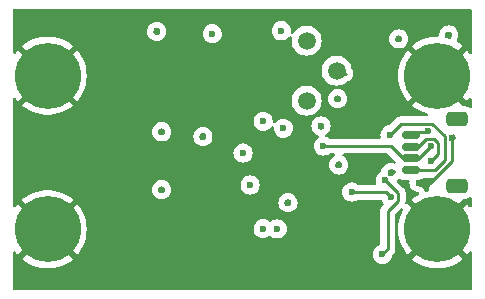
<source format=gbr>
%TF.GenerationSoftware,KiCad,Pcbnew,7.0.9*%
%TF.CreationDate,2024-10-15T17:03:29-06:00*%
%TF.ProjectId,howland,686f776c-616e-4642-9e6b-696361645f70,rev?*%
%TF.SameCoordinates,Original*%
%TF.FileFunction,Copper,L4,Bot*%
%TF.FilePolarity,Positive*%
%FSLAX46Y46*%
G04 Gerber Fmt 4.6, Leading zero omitted, Abs format (unit mm)*
G04 Created by KiCad (PCBNEW 7.0.9) date 2024-10-15 17:03:29*
%MOMM*%
%LPD*%
G01*
G04 APERTURE LIST*
G04 Aperture macros list*
%AMRoundRect*
0 Rectangle with rounded corners*
0 $1 Rounding radius*
0 $2 $3 $4 $5 $6 $7 $8 $9 X,Y pos of 4 corners*
0 Add a 4 corners polygon primitive as box body*
4,1,4,$2,$3,$4,$5,$6,$7,$8,$9,$2,$3,0*
0 Add four circle primitives for the rounded corners*
1,1,$1+$1,$2,$3*
1,1,$1+$1,$4,$5*
1,1,$1+$1,$6,$7*
1,1,$1+$1,$8,$9*
0 Add four rect primitives between the rounded corners*
20,1,$1+$1,$2,$3,$4,$5,0*
20,1,$1+$1,$4,$5,$6,$7,0*
20,1,$1+$1,$6,$7,$8,$9,0*
20,1,$1+$1,$8,$9,$2,$3,0*%
G04 Aperture macros list end*
%TA.AperFunction,ComponentPad*%
%ADD10C,5.600000*%
%TD*%
%TA.AperFunction,ComponentPad*%
%ADD11C,1.520000*%
%TD*%
%TA.AperFunction,SMDPad,CuDef*%
%ADD12RoundRect,0.150000X-0.625000X0.150000X-0.625000X-0.150000X0.625000X-0.150000X0.625000X0.150000X0*%
%TD*%
%TA.AperFunction,SMDPad,CuDef*%
%ADD13RoundRect,0.250000X-0.650000X0.350000X-0.650000X-0.350000X0.650000X-0.350000X0.650000X0.350000X0*%
%TD*%
%TA.AperFunction,ViaPad*%
%ADD14C,0.600000*%
%TD*%
%TA.AperFunction,Conductor*%
%ADD15C,0.250000*%
%TD*%
G04 APERTURE END LIST*
D10*
%TO.P,MH1,1,Pin_1*%
%TO.N,GNDPWR*%
X103000000Y-84000000D03*
%TD*%
%TO.P,MH2,1,Pin_1*%
%TO.N,GNDPWR*%
X136000000Y-84000000D03*
%TD*%
%TO.P,MH3,1,Pin_1*%
%TO.N,GNDPWR*%
X103000000Y-97000000D03*
%TD*%
%TO.P,MH4,1,Pin_1*%
%TO.N,GNDPWR*%
X136000000Y-97000000D03*
%TD*%
D11*
%TO.P,RV1,1,1*%
%TO.N,Net-(R7-Pad2)*%
X124930000Y-86100000D03*
%TO.P,RV1,2,2*%
%TO.N,Net-(U5-+)*%
X127470000Y-83560000D03*
%TO.P,RV1,3,3*%
%TO.N,Net-(R8-Pad1)*%
X124930000Y-81020000D03*
%TD*%
D12*
%TO.P,J3,1,gnd*%
%TO.N,GND*%
X133750000Y-89000000D03*
%TO.P,J3,2,VCC*%
%TO.N,VD*%
X133750000Y-90000000D03*
%TO.P,J3,3,SDA*%
%TO.N,/sda-tx*%
X133750000Y-91000000D03*
%TO.P,J3,4,SCL*%
%TO.N,/scl-rx*%
X133750000Y-92000000D03*
D13*
%TO.P,J3,MP*%
%TO.N,N/C*%
X137625000Y-87700000D03*
X137625000Y-93300000D03*
%TD*%
D14*
%TO.N,GND*%
X136950000Y-80550000D03*
X132718411Y-80878411D03*
X135250000Y-88700989D03*
X112250000Y-80250000D03*
X132050000Y-92200000D03*
X112650000Y-88750000D03*
X127550000Y-85950000D03*
X137250000Y-89250000D03*
X123350000Y-94750000D03*
X116150000Y-89150000D03*
X126150000Y-88250000D03*
X112650000Y-93650000D03*
X127650000Y-91550000D03*
X134450000Y-93050000D03*
%TO.N,+3V3*%
X116950000Y-80450000D03*
X121250000Y-87850000D03*
X121250000Y-96950000D03*
X122800000Y-80200000D03*
%TO.N,VD*%
X135450000Y-91250000D03*
X122465000Y-96965000D03*
X131590145Y-92854016D03*
X131350000Y-99130000D03*
X122950000Y-88450000D03*
%TO.N,/Channel1/buffer/out+*%
X120150000Y-93250000D03*
X119550000Y-90550000D03*
%TO.N,/scl-rx*%
X132000000Y-89000000D03*
%TO.N,/sda-tx*%
X128750000Y-93850000D03*
X135450000Y-89950000D03*
X126350000Y-89950000D03*
X132050000Y-94249990D03*
%TD*%
D15*
%TO.N,GND*%
X126250000Y-88250000D02*
X126150000Y-88250000D01*
X135250000Y-88750000D02*
X135250000Y-88700989D01*
X134450000Y-93050000D02*
X135385717Y-93050000D01*
X134000000Y-88750000D02*
X135250000Y-88750000D01*
X135385717Y-93050000D02*
X137250000Y-91185717D01*
X137250000Y-91185717D02*
X137250000Y-89250000D01*
X133750000Y-89000000D02*
X134000000Y-88750000D01*
%TO.N,VD*%
X131590145Y-92854016D02*
X132675000Y-93938871D01*
X131790000Y-95460000D02*
X131790000Y-98690000D01*
X132675000Y-94575000D02*
X131790000Y-95460000D01*
X135725489Y-89325489D02*
X136074511Y-89674511D01*
X136074511Y-90625489D02*
X135450000Y-91250000D01*
X136074511Y-89674511D02*
X136074511Y-90625489D01*
X131790000Y-98690000D02*
X131350000Y-99130000D01*
X134400000Y-90000000D02*
X135074511Y-89325489D01*
X135074511Y-89325489D02*
X135725489Y-89325489D01*
X132675000Y-93938871D02*
X132675000Y-94575000D01*
%TO.N,/scl-rx*%
X132923522Y-88076478D02*
X135576478Y-88076478D01*
X135576478Y-88076478D02*
X136625489Y-89125489D01*
X133750000Y-92000000D02*
X135800000Y-92000000D01*
X136625489Y-89125489D02*
X136625489Y-91125489D01*
X132000000Y-89000000D02*
X132923522Y-88076478D01*
X136625489Y-91125489D02*
X136650000Y-91150000D01*
X135800000Y-92000000D02*
X136650000Y-91150000D01*
%TO.N,/sda-tx*%
X132050000Y-89950000D02*
X126350000Y-89950000D01*
X128750000Y-93850000D02*
X131650010Y-93850000D01*
X134350000Y-91050000D02*
X135450000Y-89950000D01*
X133100000Y-91000000D02*
X132050000Y-89950000D01*
X131650010Y-93850000D02*
X132050000Y-94249990D01*
%TO.N,Net-(U5-+)*%
X128250000Y-83850000D02*
X127650000Y-83850000D01*
%TD*%
%TA.AperFunction,Conductor*%
%TO.N,GNDPWR*%
G36*
X138866621Y-78345502D02*
G01*
X138913114Y-78399158D01*
X138924500Y-78451500D01*
X138924500Y-82008306D01*
X138904498Y-82076427D01*
X138850842Y-82122920D01*
X138780568Y-82133024D01*
X138715988Y-82103530D01*
X138694211Y-82079016D01*
X138637342Y-81995141D01*
X138511831Y-81847377D01*
X137300004Y-83059204D01*
X137298430Y-83056635D01*
X137134870Y-82865130D01*
X136943365Y-82701570D01*
X136940794Y-82699994D01*
X138155496Y-81485292D01*
X138144700Y-81475067D01*
X137859131Y-81257981D01*
X137679573Y-81149944D01*
X137631515Y-81097685D01*
X137619340Y-81027740D01*
X137637845Y-80974946D01*
X137683043Y-80903015D01*
X137743217Y-80731047D01*
X137763616Y-80550000D01*
X137743217Y-80368953D01*
X137683043Y-80196985D01*
X137683041Y-80196982D01*
X137683041Y-80196981D01*
X137586112Y-80042720D01*
X137586111Y-80042718D01*
X137457281Y-79913888D01*
X137457279Y-79913887D01*
X137303018Y-79816958D01*
X137303015Y-79816957D01*
X137131050Y-79756784D01*
X137131049Y-79756783D01*
X137131047Y-79756783D01*
X136950000Y-79736384D01*
X136768953Y-79756783D01*
X136768950Y-79756783D01*
X136768949Y-79756784D01*
X136596984Y-79816957D01*
X136596981Y-79816958D01*
X136442720Y-79913887D01*
X136442718Y-79913888D01*
X136313888Y-80042718D01*
X136313887Y-80042720D01*
X136216958Y-80196981D01*
X136216957Y-80196984D01*
X136191776Y-80268949D01*
X136156783Y-80368953D01*
X136139157Y-80525392D01*
X136136384Y-80550000D01*
X136136598Y-80551899D01*
X136136384Y-80553120D01*
X136136384Y-80557076D01*
X136135691Y-80557076D01*
X136124345Y-80621831D01*
X136076229Y-80674036D01*
X136011389Y-80692000D01*
X135820637Y-80692000D01*
X135464050Y-80730781D01*
X135464022Y-80730786D01*
X135113723Y-80807893D01*
X135113706Y-80807898D01*
X134773785Y-80922430D01*
X134773766Y-80922438D01*
X134448234Y-81073046D01*
X134448227Y-81073050D01*
X134140867Y-81257982D01*
X134140861Y-81257986D01*
X133855299Y-81475066D01*
X133844502Y-81485292D01*
X135059205Y-82699995D01*
X135056635Y-82701570D01*
X134865130Y-82865130D01*
X134701570Y-83056635D01*
X134699995Y-83059205D01*
X133488167Y-81847377D01*
X133488166Y-81847378D01*
X133362665Y-81995131D01*
X133161349Y-82292050D01*
X132993330Y-82608969D01*
X132993326Y-82608978D01*
X132860559Y-82942198D01*
X132764592Y-83287837D01*
X132706561Y-83641816D01*
X132687141Y-83999996D01*
X132687141Y-84000003D01*
X132706561Y-84358183D01*
X132764592Y-84712162D01*
X132860559Y-85057801D01*
X132993326Y-85391021D01*
X132993330Y-85391030D01*
X133161350Y-85707952D01*
X133161352Y-85707956D01*
X133362654Y-86004854D01*
X133488167Y-86152621D01*
X134699994Y-84940794D01*
X134701570Y-84943365D01*
X134865130Y-85134870D01*
X135056635Y-85298430D01*
X135059204Y-85300004D01*
X133844502Y-86514706D01*
X133855299Y-86524932D01*
X134140861Y-86742013D01*
X134140867Y-86742017D01*
X134448227Y-86926949D01*
X134448234Y-86926953D01*
X134773766Y-87077561D01*
X134773785Y-87077569D01*
X135113706Y-87192101D01*
X135113720Y-87192105D01*
X135121981Y-87193924D01*
X135184209Y-87228103D01*
X135218080Y-87290499D01*
X135212841Y-87361302D01*
X135170154Y-87418032D01*
X135103572Y-87442679D01*
X135094894Y-87442978D01*
X133007371Y-87442978D01*
X132991532Y-87441229D01*
X132991505Y-87441523D01*
X132983613Y-87440777D01*
X132913582Y-87442978D01*
X132883666Y-87442978D01*
X132876694Y-87443857D01*
X132870787Y-87444322D01*
X132823632Y-87445804D01*
X132823627Y-87445805D01*
X132804182Y-87451455D01*
X132784824Y-87455464D01*
X132764732Y-87458002D01*
X132764724Y-87458004D01*
X132720858Y-87475371D01*
X132715243Y-87477294D01*
X132669929Y-87490460D01*
X132669924Y-87490462D01*
X132652485Y-87500775D01*
X132634740Y-87509468D01*
X132615902Y-87516927D01*
X132602226Y-87526864D01*
X132577734Y-87544658D01*
X132572783Y-87547911D01*
X132532162Y-87571933D01*
X132517829Y-87586265D01*
X132502803Y-87599098D01*
X132486417Y-87611004D01*
X132486416Y-87611004D01*
X132456340Y-87647358D01*
X132452345Y-87651749D01*
X131938437Y-88165656D01*
X131876125Y-88199682D01*
X131863452Y-88201768D01*
X131818957Y-88206782D01*
X131818950Y-88206783D01*
X131646984Y-88266957D01*
X131646981Y-88266958D01*
X131492720Y-88363887D01*
X131492718Y-88363888D01*
X131363888Y-88492718D01*
X131363887Y-88492720D01*
X131266958Y-88646981D01*
X131266957Y-88646984D01*
X131209616Y-88810858D01*
X131206783Y-88818953D01*
X131186384Y-89000000D01*
X131204049Y-89156783D01*
X131206259Y-89176392D01*
X131194010Y-89246324D01*
X131145897Y-89298532D01*
X131081051Y-89316500D01*
X126897737Y-89316500D01*
X126830701Y-89297187D01*
X126703017Y-89216958D01*
X126703015Y-89216957D01*
X126582398Y-89174751D01*
X126524707Y-89133374D01*
X126498545Y-89067374D01*
X126512218Y-88997706D01*
X126556976Y-88949136D01*
X126657281Y-88886111D01*
X126786111Y-88757281D01*
X126883043Y-88603015D01*
X126943217Y-88431047D01*
X126963616Y-88250000D01*
X126943217Y-88068953D01*
X126883043Y-87896985D01*
X126883041Y-87896982D01*
X126883041Y-87896981D01*
X126786112Y-87742720D01*
X126786111Y-87742718D01*
X126657281Y-87613888D01*
X126657279Y-87613887D01*
X126503018Y-87516958D01*
X126503015Y-87516957D01*
X126331050Y-87456784D01*
X126331049Y-87456783D01*
X126331047Y-87456783D01*
X126150000Y-87436384D01*
X125968953Y-87456783D01*
X125968950Y-87456783D01*
X125968949Y-87456784D01*
X125796984Y-87516957D01*
X125796981Y-87516958D01*
X125642720Y-87613887D01*
X125642718Y-87613888D01*
X125513888Y-87742718D01*
X125513887Y-87742720D01*
X125416958Y-87896981D01*
X125416957Y-87896984D01*
X125367354Y-88038744D01*
X125356783Y-88068953D01*
X125336384Y-88250000D01*
X125356783Y-88431047D01*
X125356783Y-88431049D01*
X125356784Y-88431050D01*
X125416957Y-88603015D01*
X125416958Y-88603018D01*
X125513887Y-88757279D01*
X125513888Y-88757281D01*
X125642718Y-88886111D01*
X125642720Y-88886112D01*
X125796980Y-88983040D01*
X125796985Y-88983043D01*
X125917603Y-89025248D01*
X125975291Y-89066624D01*
X126001454Y-89132625D01*
X125987782Y-89202292D01*
X125943022Y-89250863D01*
X125842717Y-89313889D01*
X125713888Y-89442718D01*
X125713887Y-89442720D01*
X125616958Y-89596981D01*
X125616957Y-89596984D01*
X125559954Y-89759892D01*
X125556783Y-89768953D01*
X125536384Y-89950000D01*
X125556783Y-90131047D01*
X125556783Y-90131049D01*
X125556784Y-90131050D01*
X125616957Y-90303015D01*
X125616958Y-90303018D01*
X125713887Y-90457279D01*
X125713888Y-90457281D01*
X125842718Y-90586111D01*
X125842720Y-90586112D01*
X125996981Y-90683041D01*
X125996982Y-90683041D01*
X125996985Y-90683043D01*
X126168953Y-90743217D01*
X126350000Y-90763616D01*
X126531047Y-90743217D01*
X126703015Y-90683043D01*
X126802703Y-90620405D01*
X126830701Y-90602813D01*
X126897737Y-90583500D01*
X127231173Y-90583500D01*
X127299294Y-90603502D01*
X127345787Y-90657158D01*
X127355891Y-90727432D01*
X127326397Y-90792012D01*
X127298209Y-90816187D01*
X127142720Y-90913887D01*
X127142718Y-90913888D01*
X127013888Y-91042718D01*
X127013887Y-91042720D01*
X126916958Y-91196981D01*
X126916957Y-91196984D01*
X126858651Y-91363615D01*
X126856783Y-91368953D01*
X126836384Y-91550000D01*
X126856783Y-91731047D01*
X126856783Y-91731049D01*
X126856784Y-91731050D01*
X126916957Y-91903015D01*
X126916958Y-91903018D01*
X127013887Y-92057279D01*
X127013888Y-92057281D01*
X127142718Y-92186111D01*
X127142720Y-92186112D01*
X127296981Y-92283041D01*
X127296982Y-92283041D01*
X127296985Y-92283043D01*
X127468953Y-92343217D01*
X127650000Y-92363616D01*
X127831047Y-92343217D01*
X128003015Y-92283043D01*
X128157281Y-92186111D01*
X128286111Y-92057281D01*
X128383043Y-91903015D01*
X128443217Y-91731047D01*
X128463616Y-91550000D01*
X128443217Y-91368953D01*
X128383043Y-91196985D01*
X128383041Y-91196982D01*
X128383041Y-91196981D01*
X128286112Y-91042720D01*
X128286111Y-91042718D01*
X128157281Y-90913888D01*
X128157279Y-90913887D01*
X128001791Y-90816187D01*
X127954753Y-90763009D01*
X127943933Y-90692841D01*
X127972766Y-90627963D01*
X128032098Y-90588972D01*
X128068827Y-90583500D01*
X131735406Y-90583500D01*
X131803527Y-90603502D01*
X131824501Y-90620405D01*
X132424976Y-91220880D01*
X132459002Y-91283192D01*
X132453937Y-91354007D01*
X132411390Y-91410843D01*
X132344870Y-91435654D01*
X132294266Y-91428904D01*
X132268301Y-91419818D01*
X132231047Y-91406783D01*
X132050000Y-91386384D01*
X131868953Y-91406783D01*
X131868950Y-91406783D01*
X131868949Y-91406784D01*
X131696984Y-91466957D01*
X131696981Y-91466958D01*
X131542720Y-91563887D01*
X131542718Y-91563888D01*
X131413888Y-91692718D01*
X131413887Y-91692720D01*
X131316958Y-91846981D01*
X131316957Y-91846984D01*
X131269368Y-91982988D01*
X131256783Y-92018953D01*
X131252703Y-92055161D01*
X131225200Y-92120612D01*
X131194532Y-92147738D01*
X131082865Y-92217903D01*
X131082863Y-92217904D01*
X130954033Y-92346734D01*
X130954032Y-92346736D01*
X130857103Y-92500997D01*
X130857102Y-92501000D01*
X130817602Y-92613887D01*
X130796928Y-92672969D01*
X130776529Y-92854016D01*
X130796928Y-93035063D01*
X130801765Y-93048886D01*
X130805385Y-93119787D01*
X130770097Y-93181393D01*
X130707104Y-93214141D01*
X130682836Y-93216500D01*
X129297737Y-93216500D01*
X129230701Y-93197187D01*
X129103017Y-93116958D01*
X129103015Y-93116957D01*
X128931050Y-93056784D01*
X128931049Y-93056783D01*
X128931047Y-93056783D01*
X128750000Y-93036384D01*
X128568953Y-93056783D01*
X128568950Y-93056783D01*
X128568949Y-93056784D01*
X128396984Y-93116957D01*
X128396981Y-93116958D01*
X128242720Y-93213887D01*
X128242718Y-93213888D01*
X128113888Y-93342718D01*
X128113887Y-93342720D01*
X128016958Y-93496981D01*
X128016957Y-93496984D01*
X127956951Y-93668474D01*
X127956783Y-93668953D01*
X127936384Y-93850000D01*
X127956783Y-94031047D01*
X127956783Y-94031049D01*
X127956784Y-94031050D01*
X128016957Y-94203015D01*
X128016958Y-94203018D01*
X128113887Y-94357279D01*
X128113888Y-94357281D01*
X128242718Y-94486111D01*
X128242720Y-94486112D01*
X128396981Y-94583041D01*
X128396982Y-94583041D01*
X128396985Y-94583043D01*
X128568953Y-94643217D01*
X128750000Y-94663616D01*
X128931047Y-94643217D01*
X129103015Y-94583043D01*
X129171807Y-94539817D01*
X129230701Y-94502813D01*
X129297737Y-94483500D01*
X131185739Y-94483500D01*
X131253860Y-94503502D01*
X131300353Y-94557158D01*
X131304668Y-94567885D01*
X131316957Y-94603005D01*
X131316958Y-94603008D01*
X131413887Y-94757269D01*
X131413888Y-94757271D01*
X131416260Y-94759643D01*
X131417302Y-94761551D01*
X131418297Y-94762799D01*
X131418078Y-94762973D01*
X131450286Y-94821955D01*
X131445221Y-94892770D01*
X131416260Y-94937833D01*
X131401337Y-94952756D01*
X131388903Y-94962719D01*
X131389091Y-94962946D01*
X131382982Y-94967999D01*
X131335015Y-95019079D01*
X131313866Y-95040227D01*
X131309560Y-95045777D01*
X131305714Y-95050279D01*
X131273417Y-95084674D01*
X131273411Y-95084683D01*
X131263651Y-95102435D01*
X131252803Y-95118950D01*
X131240386Y-95134958D01*
X131221645Y-95178264D01*
X131219034Y-95183594D01*
X131196305Y-95224939D01*
X131196303Y-95224944D01*
X131191267Y-95244559D01*
X131184864Y-95263262D01*
X131176819Y-95281852D01*
X131169437Y-95328456D01*
X131168233Y-95334268D01*
X131156500Y-95379968D01*
X131156500Y-95400223D01*
X131154949Y-95419933D01*
X131151780Y-95439942D01*
X131151780Y-95439943D01*
X131156220Y-95486917D01*
X131156500Y-95492850D01*
X131156500Y-98251738D01*
X131136498Y-98319859D01*
X131082842Y-98366352D01*
X131072116Y-98370667D01*
X130996982Y-98396958D01*
X130996981Y-98396958D01*
X130842720Y-98493887D01*
X130842718Y-98493888D01*
X130713888Y-98622718D01*
X130713887Y-98622720D01*
X130616958Y-98776981D01*
X130616957Y-98776984D01*
X130565144Y-98925059D01*
X130556783Y-98948953D01*
X130536384Y-99130000D01*
X130556783Y-99311047D01*
X130556783Y-99311049D01*
X130556784Y-99311050D01*
X130616957Y-99483015D01*
X130616958Y-99483018D01*
X130713887Y-99637279D01*
X130713888Y-99637281D01*
X130842718Y-99766111D01*
X130842720Y-99766112D01*
X130996981Y-99863041D01*
X130996982Y-99863041D01*
X130996985Y-99863043D01*
X131168953Y-99923217D01*
X131350000Y-99943616D01*
X131531047Y-99923217D01*
X131703015Y-99863043D01*
X131857281Y-99766111D01*
X131986111Y-99637281D01*
X132083043Y-99483015D01*
X132143217Y-99311047D01*
X132148025Y-99268368D01*
X132175527Y-99202917D01*
X132192928Y-99185382D01*
X132197006Y-99182007D01*
X132197018Y-99182000D01*
X132244984Y-99130920D01*
X132266135Y-99109770D01*
X132270445Y-99104212D01*
X132274274Y-99099729D01*
X132306586Y-99065321D01*
X132316346Y-99047565D01*
X132327195Y-99031050D01*
X132339614Y-99015041D01*
X132358363Y-98971710D01*
X132360953Y-98966423D01*
X132383695Y-98925060D01*
X132388733Y-98905434D01*
X132395137Y-98886732D01*
X132403180Y-98868147D01*
X132403179Y-98868147D01*
X132403181Y-98868145D01*
X132410561Y-98821547D01*
X132411762Y-98815740D01*
X132423500Y-98770030D01*
X132423500Y-98749775D01*
X132425051Y-98730063D01*
X132428220Y-98710057D01*
X132425629Y-98682651D01*
X132423780Y-98663080D01*
X132423500Y-98657148D01*
X132423500Y-95774594D01*
X132443502Y-95706473D01*
X132460405Y-95685499D01*
X132914625Y-95231279D01*
X132976937Y-95197253D01*
X133047752Y-95202318D01*
X133104588Y-95244865D01*
X133129399Y-95311385D01*
X133115043Y-95379393D01*
X132993330Y-95608969D01*
X132993326Y-95608978D01*
X132860559Y-95942198D01*
X132764592Y-96287837D01*
X132706561Y-96641816D01*
X132687141Y-96999996D01*
X132687141Y-97000003D01*
X132706561Y-97358183D01*
X132764592Y-97712162D01*
X132860559Y-98057801D01*
X132993326Y-98391021D01*
X132993330Y-98391030D01*
X133161350Y-98707952D01*
X133161352Y-98707956D01*
X133362654Y-99004854D01*
X133488167Y-99152621D01*
X134699994Y-97940794D01*
X134701570Y-97943365D01*
X134865130Y-98134870D01*
X135056635Y-98298430D01*
X135059204Y-98300004D01*
X133844502Y-99514706D01*
X133855299Y-99524932D01*
X134140861Y-99742013D01*
X134140867Y-99742017D01*
X134448227Y-99926949D01*
X134448234Y-99926953D01*
X134773766Y-100077561D01*
X134773785Y-100077569D01*
X135113706Y-100192101D01*
X135113723Y-100192106D01*
X135464022Y-100269213D01*
X135464050Y-100269218D01*
X135820637Y-100307999D01*
X135820653Y-100308000D01*
X136179347Y-100308000D01*
X136179362Y-100307999D01*
X136535949Y-100269218D01*
X136535977Y-100269213D01*
X136886276Y-100192106D01*
X136886293Y-100192101D01*
X137226214Y-100077569D01*
X137226233Y-100077561D01*
X137551765Y-99926953D01*
X137551772Y-99926949D01*
X137859132Y-99742017D01*
X137859150Y-99742005D01*
X138144699Y-99524934D01*
X138144702Y-99524932D01*
X138155496Y-99514707D01*
X138155496Y-99514706D01*
X136940795Y-98300004D01*
X136943365Y-98298430D01*
X137134870Y-98134870D01*
X137298430Y-97943365D01*
X137300005Y-97940794D01*
X138511832Y-99152621D01*
X138637345Y-99004854D01*
X138694211Y-98920984D01*
X138748995Y-98875826D01*
X138819496Y-98867455D01*
X138883331Y-98898528D01*
X138920233Y-98959181D01*
X138924500Y-98991693D01*
X138924500Y-102048500D01*
X138904498Y-102116621D01*
X138850842Y-102163114D01*
X138798500Y-102174500D01*
X100201500Y-102174500D01*
X100133379Y-102154498D01*
X100086886Y-102100842D01*
X100075500Y-102048500D01*
X100075500Y-98991693D01*
X100095502Y-98923572D01*
X100149158Y-98877079D01*
X100219432Y-98866975D01*
X100284012Y-98896469D01*
X100305789Y-98920984D01*
X100362654Y-99004854D01*
X100488167Y-99152621D01*
X101699994Y-97940794D01*
X101701570Y-97943365D01*
X101865130Y-98134870D01*
X102056635Y-98298430D01*
X102059204Y-98300004D01*
X100844502Y-99514706D01*
X100855299Y-99524932D01*
X101140861Y-99742013D01*
X101140867Y-99742017D01*
X101448227Y-99926949D01*
X101448234Y-99926953D01*
X101773766Y-100077561D01*
X101773785Y-100077569D01*
X102113706Y-100192101D01*
X102113723Y-100192106D01*
X102464022Y-100269213D01*
X102464050Y-100269218D01*
X102820637Y-100307999D01*
X102820653Y-100308000D01*
X103179347Y-100308000D01*
X103179362Y-100307999D01*
X103535949Y-100269218D01*
X103535977Y-100269213D01*
X103886276Y-100192106D01*
X103886293Y-100192101D01*
X104226214Y-100077569D01*
X104226233Y-100077561D01*
X104551765Y-99926953D01*
X104551772Y-99926949D01*
X104859132Y-99742017D01*
X104859150Y-99742005D01*
X105144699Y-99524934D01*
X105144702Y-99524932D01*
X105155496Y-99514707D01*
X105155496Y-99514706D01*
X103940795Y-98300004D01*
X103943365Y-98298430D01*
X104134870Y-98134870D01*
X104298430Y-97943365D01*
X104300005Y-97940794D01*
X105511832Y-99152621D01*
X105637345Y-99004854D01*
X105838647Y-98707956D01*
X105838649Y-98707952D01*
X106006669Y-98391030D01*
X106006673Y-98391021D01*
X106139440Y-98057801D01*
X106235407Y-97712162D01*
X106293438Y-97358183D01*
X106312859Y-97000003D01*
X106312859Y-96999996D01*
X106310148Y-96950000D01*
X120436384Y-96950000D01*
X120456783Y-97131047D01*
X120456783Y-97131049D01*
X120456784Y-97131050D01*
X120516957Y-97303015D01*
X120516958Y-97303018D01*
X120613887Y-97457279D01*
X120613888Y-97457281D01*
X120742718Y-97586111D01*
X120742720Y-97586112D01*
X120896981Y-97683041D01*
X120896982Y-97683041D01*
X120896985Y-97683043D01*
X121068953Y-97743217D01*
X121250000Y-97763616D01*
X121431047Y-97743217D01*
X121603015Y-97683043D01*
X121757281Y-97586111D01*
X121760901Y-97582490D01*
X121823210Y-97548463D01*
X121894026Y-97553524D01*
X121939094Y-97582486D01*
X121957719Y-97601111D01*
X121957722Y-97601114D01*
X122111981Y-97698041D01*
X122111982Y-97698041D01*
X122111985Y-97698043D01*
X122283953Y-97758217D01*
X122465000Y-97778616D01*
X122646047Y-97758217D01*
X122818015Y-97698043D01*
X122972281Y-97601111D01*
X123101111Y-97472281D01*
X123198043Y-97318015D01*
X123258217Y-97146047D01*
X123278616Y-96965000D01*
X123258217Y-96783953D01*
X123198043Y-96611985D01*
X123198041Y-96611982D01*
X123198041Y-96611981D01*
X123101112Y-96457720D01*
X123101111Y-96457718D01*
X122972281Y-96328888D01*
X122972279Y-96328887D01*
X122818018Y-96231958D01*
X122818015Y-96231957D01*
X122646050Y-96171784D01*
X122646049Y-96171783D01*
X122646047Y-96171783D01*
X122465000Y-96151384D01*
X122283953Y-96171783D01*
X122283950Y-96171783D01*
X122283949Y-96171784D01*
X122111984Y-96231957D01*
X122111981Y-96231958D01*
X121957720Y-96328887D01*
X121954089Y-96332518D01*
X121891775Y-96366539D01*
X121820960Y-96361470D01*
X121775904Y-96332512D01*
X121757281Y-96313889D01*
X121757280Y-96313888D01*
X121757277Y-96313885D01*
X121603018Y-96216958D01*
X121603015Y-96216957D01*
X121431050Y-96156784D01*
X121431049Y-96156783D01*
X121431047Y-96156783D01*
X121250000Y-96136384D01*
X121068953Y-96156783D01*
X121068950Y-96156783D01*
X121068949Y-96156784D01*
X120896984Y-96216957D01*
X120896981Y-96216958D01*
X120742720Y-96313887D01*
X120742718Y-96313888D01*
X120613888Y-96442718D01*
X120613887Y-96442720D01*
X120516958Y-96596981D01*
X120516957Y-96596984D01*
X120511709Y-96611984D01*
X120456783Y-96768953D01*
X120436384Y-96950000D01*
X106310148Y-96950000D01*
X106293438Y-96641816D01*
X106235407Y-96287837D01*
X106139440Y-95942198D01*
X106006673Y-95608978D01*
X106006669Y-95608969D01*
X105838649Y-95292047D01*
X105838647Y-95292043D01*
X105637345Y-94995145D01*
X105511831Y-94847377D01*
X104300004Y-96059204D01*
X104298430Y-96056635D01*
X104134870Y-95865130D01*
X103943365Y-95701570D01*
X103940794Y-95699994D01*
X104890788Y-94750000D01*
X122536384Y-94750000D01*
X122556783Y-94931047D01*
X122556783Y-94931049D01*
X122556784Y-94931050D01*
X122616957Y-95103015D01*
X122616958Y-95103018D01*
X122713887Y-95257279D01*
X122713888Y-95257281D01*
X122842718Y-95386111D01*
X122842720Y-95386112D01*
X122996981Y-95483041D01*
X122996982Y-95483041D01*
X122996985Y-95483043D01*
X123168953Y-95543217D01*
X123350000Y-95563616D01*
X123531047Y-95543217D01*
X123703015Y-95483043D01*
X123857281Y-95386111D01*
X123986111Y-95257281D01*
X124083043Y-95103015D01*
X124143217Y-94931047D01*
X124163616Y-94750000D01*
X124143217Y-94568953D01*
X124083043Y-94396985D01*
X124083041Y-94396982D01*
X124083041Y-94396981D01*
X123986112Y-94242720D01*
X123986111Y-94242718D01*
X123857281Y-94113888D01*
X123857279Y-94113887D01*
X123703018Y-94016958D01*
X123703015Y-94016957D01*
X123531050Y-93956784D01*
X123531049Y-93956783D01*
X123531047Y-93956783D01*
X123350000Y-93936384D01*
X123168953Y-93956783D01*
X123168950Y-93956783D01*
X123168949Y-93956784D01*
X122996984Y-94016957D01*
X122996981Y-94016958D01*
X122842720Y-94113887D01*
X122842718Y-94113888D01*
X122713888Y-94242718D01*
X122713887Y-94242720D01*
X122616958Y-94396981D01*
X122616957Y-94396984D01*
X122557157Y-94567885D01*
X122556783Y-94568953D01*
X122536384Y-94750000D01*
X104890788Y-94750000D01*
X105155496Y-94485292D01*
X105144700Y-94475067D01*
X104859138Y-94257986D01*
X104859132Y-94257982D01*
X104551772Y-94073050D01*
X104551765Y-94073046D01*
X104226233Y-93922438D01*
X104226214Y-93922430D01*
X103886293Y-93807898D01*
X103886276Y-93807893D01*
X103535977Y-93730786D01*
X103535949Y-93730781D01*
X103179362Y-93692000D01*
X102820637Y-93692000D01*
X102464050Y-93730781D01*
X102464022Y-93730786D01*
X102113723Y-93807893D01*
X102113706Y-93807898D01*
X101773785Y-93922430D01*
X101773766Y-93922438D01*
X101448234Y-94073046D01*
X101448227Y-94073050D01*
X101140867Y-94257982D01*
X101140861Y-94257986D01*
X100855299Y-94475066D01*
X100844502Y-94485292D01*
X102059205Y-95699995D01*
X102056635Y-95701570D01*
X101865130Y-95865130D01*
X101701570Y-96056635D01*
X101699995Y-96059205D01*
X100488167Y-94847377D01*
X100488166Y-94847378D01*
X100362665Y-94995131D01*
X100305789Y-95079017D01*
X100251005Y-95124175D01*
X100180503Y-95132545D01*
X100116668Y-95101471D01*
X100079767Y-95040818D01*
X100075500Y-95008307D01*
X100075500Y-93650000D01*
X111836384Y-93650000D01*
X111856783Y-93831047D01*
X111856783Y-93831049D01*
X111856784Y-93831050D01*
X111916957Y-94003015D01*
X111916958Y-94003018D01*
X112013887Y-94157279D01*
X112013888Y-94157281D01*
X112142718Y-94286111D01*
X112142720Y-94286112D01*
X112296981Y-94383041D01*
X112296982Y-94383041D01*
X112296985Y-94383043D01*
X112468953Y-94443217D01*
X112650000Y-94463616D01*
X112831047Y-94443217D01*
X113003015Y-94383043D01*
X113157281Y-94286111D01*
X113286111Y-94157281D01*
X113383043Y-94003015D01*
X113443217Y-93831047D01*
X113463616Y-93650000D01*
X113443217Y-93468953D01*
X113383043Y-93296985D01*
X113383041Y-93296982D01*
X113383041Y-93296981D01*
X113353521Y-93250000D01*
X119336384Y-93250000D01*
X119356783Y-93431047D01*
X119356783Y-93431049D01*
X119356784Y-93431050D01*
X119416957Y-93603015D01*
X119416958Y-93603018D01*
X119513887Y-93757279D01*
X119513888Y-93757281D01*
X119642718Y-93886111D01*
X119642720Y-93886112D01*
X119796981Y-93983041D01*
X119796982Y-93983041D01*
X119796985Y-93983043D01*
X119968953Y-94043217D01*
X120150000Y-94063616D01*
X120331047Y-94043217D01*
X120503015Y-93983043D01*
X120657281Y-93886111D01*
X120786111Y-93757281D01*
X120883043Y-93603015D01*
X120943217Y-93431047D01*
X120963616Y-93250000D01*
X120943217Y-93068953D01*
X120883043Y-92896985D01*
X120883041Y-92896982D01*
X120883041Y-92896981D01*
X120786112Y-92742720D01*
X120786111Y-92742718D01*
X120657281Y-92613888D01*
X120657279Y-92613887D01*
X120503018Y-92516958D01*
X120503015Y-92516957D01*
X120331050Y-92456784D01*
X120331049Y-92456783D01*
X120331047Y-92456783D01*
X120150000Y-92436384D01*
X119968953Y-92456783D01*
X119968950Y-92456783D01*
X119968949Y-92456784D01*
X119796984Y-92516957D01*
X119796981Y-92516958D01*
X119642720Y-92613887D01*
X119642718Y-92613888D01*
X119513888Y-92742718D01*
X119513887Y-92742720D01*
X119416958Y-92896981D01*
X119416957Y-92896984D01*
X119363806Y-93048883D01*
X119356783Y-93068953D01*
X119336384Y-93250000D01*
X113353521Y-93250000D01*
X113286112Y-93142720D01*
X113286111Y-93142718D01*
X113157281Y-93013888D01*
X113157279Y-93013887D01*
X113003018Y-92916958D01*
X113003015Y-92916957D01*
X112831050Y-92856784D01*
X112831049Y-92856783D01*
X112831047Y-92856783D01*
X112650000Y-92836384D01*
X112468953Y-92856783D01*
X112468950Y-92856783D01*
X112468949Y-92856784D01*
X112296984Y-92916957D01*
X112296981Y-92916958D01*
X112142720Y-93013887D01*
X112142718Y-93013888D01*
X112013888Y-93142718D01*
X112013887Y-93142720D01*
X111916958Y-93296981D01*
X111916957Y-93296984D01*
X111857226Y-93467688D01*
X111856783Y-93468953D01*
X111836384Y-93650000D01*
X100075500Y-93650000D01*
X100075500Y-90550000D01*
X118736384Y-90550000D01*
X118756783Y-90731047D01*
X118756783Y-90731049D01*
X118756784Y-90731050D01*
X118816957Y-90903015D01*
X118816958Y-90903018D01*
X118913887Y-91057279D01*
X118913888Y-91057281D01*
X119042718Y-91186111D01*
X119042720Y-91186112D01*
X119196981Y-91283041D01*
X119196982Y-91283041D01*
X119196985Y-91283043D01*
X119368953Y-91343217D01*
X119550000Y-91363616D01*
X119731047Y-91343217D01*
X119903015Y-91283043D01*
X120057281Y-91186111D01*
X120186111Y-91057281D01*
X120283043Y-90903015D01*
X120343217Y-90731047D01*
X120363616Y-90550000D01*
X120343217Y-90368953D01*
X120283043Y-90196985D01*
X120283041Y-90196982D01*
X120283041Y-90196981D01*
X120186112Y-90042720D01*
X120186111Y-90042718D01*
X120057281Y-89913888D01*
X120057279Y-89913887D01*
X119903018Y-89816958D01*
X119903015Y-89816957D01*
X119731050Y-89756784D01*
X119731049Y-89756783D01*
X119731047Y-89756783D01*
X119550000Y-89736384D01*
X119368953Y-89756783D01*
X119368950Y-89756783D01*
X119368949Y-89756784D01*
X119196984Y-89816957D01*
X119196981Y-89816958D01*
X119042720Y-89913887D01*
X119042718Y-89913888D01*
X118913888Y-90042718D01*
X118913887Y-90042720D01*
X118816958Y-90196981D01*
X118816957Y-90196984D01*
X118779855Y-90303018D01*
X118756783Y-90368953D01*
X118736384Y-90550000D01*
X100075500Y-90550000D01*
X100075500Y-88750000D01*
X111836384Y-88750000D01*
X111856783Y-88931047D01*
X111856783Y-88931049D01*
X111856784Y-88931050D01*
X111916957Y-89103015D01*
X111916958Y-89103018D01*
X112013887Y-89257279D01*
X112013888Y-89257281D01*
X112142718Y-89386111D01*
X112142720Y-89386112D01*
X112296981Y-89483041D01*
X112296982Y-89483041D01*
X112296985Y-89483043D01*
X112468953Y-89543217D01*
X112650000Y-89563616D01*
X112831047Y-89543217D01*
X113003015Y-89483043D01*
X113157281Y-89386111D01*
X113286111Y-89257281D01*
X113353520Y-89150000D01*
X115336384Y-89150000D01*
X115356783Y-89331047D01*
X115356783Y-89331049D01*
X115356784Y-89331050D01*
X115416957Y-89503015D01*
X115416958Y-89503018D01*
X115513887Y-89657279D01*
X115513888Y-89657281D01*
X115642718Y-89786111D01*
X115642720Y-89786112D01*
X115796981Y-89883041D01*
X115796982Y-89883041D01*
X115796985Y-89883043D01*
X115968953Y-89943217D01*
X116150000Y-89963616D01*
X116331047Y-89943217D01*
X116503015Y-89883043D01*
X116657281Y-89786111D01*
X116786111Y-89657281D01*
X116883043Y-89503015D01*
X116943217Y-89331047D01*
X116963616Y-89150000D01*
X116943217Y-88968953D01*
X116883043Y-88796985D01*
X116883041Y-88796982D01*
X116883041Y-88796981D01*
X116786112Y-88642720D01*
X116786111Y-88642718D01*
X116657281Y-88513888D01*
X116657279Y-88513887D01*
X116503018Y-88416958D01*
X116503015Y-88416957D01*
X116331050Y-88356784D01*
X116331049Y-88356783D01*
X116331047Y-88356783D01*
X116150000Y-88336384D01*
X115968953Y-88356783D01*
X115968950Y-88356783D01*
X115968949Y-88356784D01*
X115796984Y-88416957D01*
X115796981Y-88416958D01*
X115642720Y-88513887D01*
X115642718Y-88513888D01*
X115513888Y-88642718D01*
X115513887Y-88642720D01*
X115416958Y-88796981D01*
X115416957Y-88796984D01*
X115360868Y-88957279D01*
X115356783Y-88968953D01*
X115336384Y-89150000D01*
X113353520Y-89150000D01*
X113383043Y-89103015D01*
X113443217Y-88931047D01*
X113463616Y-88750000D01*
X113443217Y-88568953D01*
X113383043Y-88396985D01*
X113383041Y-88396982D01*
X113383041Y-88396981D01*
X113286112Y-88242720D01*
X113286111Y-88242718D01*
X113157281Y-88113888D01*
X113157279Y-88113887D01*
X113003018Y-88016958D01*
X113003015Y-88016957D01*
X112831050Y-87956784D01*
X112831049Y-87956783D01*
X112831047Y-87956783D01*
X112650000Y-87936384D01*
X112468953Y-87956783D01*
X112468950Y-87956783D01*
X112468949Y-87956784D01*
X112296984Y-88016957D01*
X112296981Y-88016958D01*
X112142720Y-88113887D01*
X112142718Y-88113888D01*
X112013888Y-88242718D01*
X112013887Y-88242720D01*
X111916958Y-88396981D01*
X111916957Y-88396984D01*
X111876051Y-88513889D01*
X111856783Y-88568953D01*
X111836384Y-88750000D01*
X100075500Y-88750000D01*
X100075500Y-87850000D01*
X120436384Y-87850000D01*
X120456783Y-88031047D01*
X120456783Y-88031049D01*
X120456784Y-88031050D01*
X120516957Y-88203015D01*
X120516958Y-88203018D01*
X120613887Y-88357279D01*
X120613888Y-88357281D01*
X120742718Y-88486111D01*
X120742720Y-88486112D01*
X120896981Y-88583041D01*
X120896982Y-88583041D01*
X120896985Y-88583043D01*
X121068953Y-88643217D01*
X121250000Y-88663616D01*
X121431047Y-88643217D01*
X121603015Y-88583043D01*
X121757281Y-88486111D01*
X121886111Y-88357281D01*
X121910093Y-88319114D01*
X121963271Y-88272076D01*
X122033438Y-88261255D01*
X122098317Y-88290087D01*
X122137308Y-88349418D01*
X122141988Y-88400255D01*
X122136384Y-88450000D01*
X122156783Y-88631047D01*
X122156783Y-88631049D01*
X122156784Y-88631050D01*
X122216957Y-88803015D01*
X122216958Y-88803018D01*
X122313887Y-88957279D01*
X122313888Y-88957281D01*
X122442718Y-89086111D01*
X122442720Y-89086112D01*
X122596981Y-89183041D01*
X122596982Y-89183041D01*
X122596985Y-89183043D01*
X122768953Y-89243217D01*
X122950000Y-89263616D01*
X123131047Y-89243217D01*
X123303015Y-89183043D01*
X123457281Y-89086111D01*
X123586111Y-88957281D01*
X123683043Y-88803015D01*
X123743217Y-88631047D01*
X123763616Y-88450000D01*
X123743217Y-88268953D01*
X123683043Y-88096985D01*
X123683041Y-88096982D01*
X123683041Y-88096981D01*
X123586112Y-87942720D01*
X123586111Y-87942718D01*
X123457281Y-87813888D01*
X123457279Y-87813887D01*
X123303018Y-87716958D01*
X123303015Y-87716957D01*
X123131050Y-87656784D01*
X123131049Y-87656783D01*
X123131047Y-87656783D01*
X122950000Y-87636384D01*
X122768953Y-87656783D01*
X122768950Y-87656783D01*
X122768949Y-87656784D01*
X122596984Y-87716957D01*
X122596981Y-87716958D01*
X122442720Y-87813887D01*
X122442718Y-87813888D01*
X122313887Y-87942719D01*
X122289904Y-87980888D01*
X122236725Y-88027925D01*
X122166557Y-88038744D01*
X122101679Y-88009910D01*
X122062690Y-87950577D01*
X122058011Y-87899743D01*
X122063616Y-87850000D01*
X122043217Y-87668953D01*
X121983043Y-87496985D01*
X121983041Y-87496982D01*
X121983041Y-87496981D01*
X121886112Y-87342720D01*
X121886111Y-87342718D01*
X121757281Y-87213888D01*
X121757279Y-87213887D01*
X121603018Y-87116958D01*
X121603015Y-87116957D01*
X121431050Y-87056784D01*
X121431049Y-87056783D01*
X121431047Y-87056783D01*
X121250000Y-87036384D01*
X121068953Y-87056783D01*
X121068950Y-87056783D01*
X121068949Y-87056784D01*
X120896984Y-87116957D01*
X120896981Y-87116958D01*
X120742720Y-87213887D01*
X120742718Y-87213888D01*
X120613888Y-87342718D01*
X120613887Y-87342720D01*
X120516958Y-87496981D01*
X120516957Y-87496984D01*
X120476051Y-87613889D01*
X120456783Y-87668953D01*
X120436384Y-87850000D01*
X100075500Y-87850000D01*
X100075500Y-85991693D01*
X100095502Y-85923572D01*
X100149158Y-85877079D01*
X100219432Y-85866975D01*
X100284012Y-85896469D01*
X100305789Y-85920984D01*
X100362654Y-86004854D01*
X100488167Y-86152621D01*
X101699994Y-84940794D01*
X101701570Y-84943365D01*
X101865130Y-85134870D01*
X102056635Y-85298430D01*
X102059204Y-85300004D01*
X100844502Y-86514706D01*
X100855299Y-86524932D01*
X101140861Y-86742013D01*
X101140867Y-86742017D01*
X101448227Y-86926949D01*
X101448234Y-86926953D01*
X101773766Y-87077561D01*
X101773785Y-87077569D01*
X102113706Y-87192101D01*
X102113723Y-87192106D01*
X102464022Y-87269213D01*
X102464050Y-87269218D01*
X102820637Y-87307999D01*
X102820653Y-87308000D01*
X103179347Y-87308000D01*
X103179362Y-87307999D01*
X103535949Y-87269218D01*
X103535977Y-87269213D01*
X103886276Y-87192106D01*
X103886293Y-87192101D01*
X104226214Y-87077569D01*
X104226233Y-87077561D01*
X104551765Y-86926953D01*
X104551772Y-86926949D01*
X104859132Y-86742017D01*
X104859150Y-86742005D01*
X105144699Y-86524934D01*
X105144702Y-86524932D01*
X105155496Y-86514707D01*
X105155496Y-86514706D01*
X103940795Y-85300004D01*
X103943365Y-85298430D01*
X104134870Y-85134870D01*
X104298430Y-84943365D01*
X104300005Y-84940794D01*
X105511832Y-86152621D01*
X105556528Y-86100000D01*
X123656655Y-86100000D01*
X123676000Y-86321117D01*
X123733446Y-86535507D01*
X123733448Y-86535512D01*
X123827250Y-86736671D01*
X123827251Y-86736673D01*
X123954554Y-86918481D01*
X123954558Y-86918486D01*
X123954561Y-86918490D01*
X124111510Y-87075439D01*
X124111514Y-87075442D01*
X124111518Y-87075445D01*
X124170805Y-87116958D01*
X124293327Y-87202749D01*
X124494490Y-87296553D01*
X124708886Y-87354000D01*
X124930000Y-87373345D01*
X125151114Y-87354000D01*
X125365510Y-87296553D01*
X125566673Y-87202749D01*
X125748490Y-87075439D01*
X125905439Y-86918490D01*
X126032749Y-86736673D01*
X126126553Y-86535510D01*
X126184000Y-86321114D01*
X126203345Y-86100000D01*
X126190222Y-85950000D01*
X126736384Y-85950000D01*
X126756783Y-86131047D01*
X126756783Y-86131049D01*
X126756784Y-86131050D01*
X126816957Y-86303015D01*
X126816958Y-86303018D01*
X126913887Y-86457279D01*
X126913888Y-86457281D01*
X127042718Y-86586111D01*
X127042720Y-86586112D01*
X127196981Y-86683041D01*
X127196982Y-86683041D01*
X127196985Y-86683043D01*
X127368953Y-86743217D01*
X127550000Y-86763616D01*
X127731047Y-86743217D01*
X127903015Y-86683043D01*
X128057281Y-86586111D01*
X128186111Y-86457281D01*
X128283043Y-86303015D01*
X128343217Y-86131047D01*
X128363616Y-85950000D01*
X128343217Y-85768953D01*
X128283043Y-85596985D01*
X128283041Y-85596982D01*
X128283041Y-85596981D01*
X128186112Y-85442720D01*
X128186111Y-85442718D01*
X128057281Y-85313888D01*
X128057279Y-85313887D01*
X127903018Y-85216958D01*
X127903015Y-85216957D01*
X127731050Y-85156784D01*
X127731049Y-85156783D01*
X127731047Y-85156783D01*
X127550000Y-85136384D01*
X127368953Y-85156783D01*
X127368950Y-85156783D01*
X127368949Y-85156784D01*
X127196984Y-85216957D01*
X127196981Y-85216958D01*
X127042720Y-85313887D01*
X127042718Y-85313888D01*
X126913888Y-85442718D01*
X126913887Y-85442720D01*
X126816958Y-85596981D01*
X126816957Y-85596984D01*
X126778127Y-85707956D01*
X126756783Y-85768953D01*
X126736384Y-85950000D01*
X126190222Y-85950000D01*
X126184000Y-85878886D01*
X126180808Y-85866975D01*
X126177212Y-85853553D01*
X126126553Y-85664490D01*
X126032749Y-85463328D01*
X125905439Y-85281510D01*
X125748490Y-85124561D01*
X125748486Y-85124558D01*
X125748481Y-85124554D01*
X125566673Y-84997251D01*
X125566671Y-84997250D01*
X125365512Y-84903448D01*
X125365507Y-84903446D01*
X125151117Y-84846000D01*
X124930000Y-84826655D01*
X124708882Y-84846000D01*
X124494492Y-84903446D01*
X124494487Y-84903448D01*
X124293327Y-84997251D01*
X124111513Y-85124558D01*
X124111507Y-85124563D01*
X123954563Y-85281507D01*
X123954558Y-85281513D01*
X123827251Y-85463327D01*
X123733448Y-85664487D01*
X123733446Y-85664492D01*
X123676000Y-85878882D01*
X123656655Y-86100000D01*
X105556528Y-86100000D01*
X105637345Y-86004854D01*
X105838647Y-85707956D01*
X105838649Y-85707952D01*
X106006669Y-85391030D01*
X106006673Y-85391021D01*
X106139440Y-85057801D01*
X106235407Y-84712162D01*
X106293438Y-84358183D01*
X106312859Y-84000003D01*
X106312859Y-83999996D01*
X106293438Y-83641816D01*
X106280025Y-83560000D01*
X126196655Y-83560000D01*
X126216000Y-83781117D01*
X126273446Y-83995507D01*
X126273448Y-83995512D01*
X126367250Y-84196671D01*
X126367251Y-84196673D01*
X126494554Y-84378481D01*
X126494558Y-84378486D01*
X126494561Y-84378490D01*
X126651510Y-84535439D01*
X126651513Y-84535441D01*
X126651518Y-84535445D01*
X126755252Y-84608080D01*
X126833327Y-84662749D01*
X127034490Y-84756553D01*
X127248886Y-84814000D01*
X127470000Y-84833345D01*
X127691114Y-84814000D01*
X127905510Y-84756553D01*
X128106673Y-84662749D01*
X128288490Y-84535439D01*
X128317237Y-84506691D01*
X128379545Y-84472666D01*
X128390525Y-84470782D01*
X128408797Y-84468474D01*
X128519478Y-84424652D01*
X128557615Y-84409553D01*
X128557620Y-84409550D01*
X128600370Y-84378490D01*
X128687107Y-84315472D01*
X128789133Y-84192144D01*
X128857283Y-84047318D01*
X128866310Y-84000000D01*
X128887274Y-83890100D01*
X128887275Y-83890089D01*
X128877225Y-83730353D01*
X128877225Y-83730351D01*
X128877225Y-83730350D01*
X128827764Y-83578125D01*
X128827762Y-83578122D01*
X128827762Y-83578121D01*
X128748143Y-83452662D01*
X128729008Y-83396131D01*
X128724000Y-83338886D01*
X128666553Y-83124490D01*
X128572749Y-82923328D01*
X128445439Y-82741510D01*
X128288490Y-82584561D01*
X128288486Y-82584558D01*
X128288481Y-82584554D01*
X128106673Y-82457251D01*
X128106671Y-82457250D01*
X127905512Y-82363448D01*
X127905507Y-82363446D01*
X127691117Y-82306000D01*
X127470000Y-82286655D01*
X127248882Y-82306000D01*
X127034492Y-82363446D01*
X127034487Y-82363448D01*
X126833327Y-82457251D01*
X126651513Y-82584558D01*
X126651507Y-82584563D01*
X126494563Y-82741507D01*
X126494558Y-82741513D01*
X126367251Y-82923327D01*
X126273448Y-83124487D01*
X126273446Y-83124492D01*
X126216000Y-83338882D01*
X126196655Y-83560000D01*
X106280025Y-83560000D01*
X106235407Y-83287837D01*
X106139440Y-82942198D01*
X106006673Y-82608978D01*
X106006669Y-82608969D01*
X105838649Y-82292047D01*
X105838647Y-82292043D01*
X105637345Y-81995145D01*
X105511831Y-81847377D01*
X104300004Y-83059204D01*
X104298430Y-83056635D01*
X104134870Y-82865130D01*
X103943365Y-82701570D01*
X103940794Y-82699994D01*
X105155496Y-81485292D01*
X105144700Y-81475067D01*
X104859138Y-81257986D01*
X104859132Y-81257982D01*
X104551772Y-81073050D01*
X104551765Y-81073046D01*
X104226233Y-80922438D01*
X104226214Y-80922430D01*
X103886293Y-80807898D01*
X103886276Y-80807893D01*
X103535977Y-80730786D01*
X103535949Y-80730781D01*
X103179362Y-80692000D01*
X102820637Y-80692000D01*
X102464050Y-80730781D01*
X102464022Y-80730786D01*
X102113723Y-80807893D01*
X102113706Y-80807898D01*
X101773785Y-80922430D01*
X101773766Y-80922438D01*
X101448234Y-81073046D01*
X101448227Y-81073050D01*
X101140867Y-81257982D01*
X101140861Y-81257986D01*
X100855299Y-81475066D01*
X100844502Y-81485292D01*
X102059205Y-82699995D01*
X102056635Y-82701570D01*
X101865130Y-82865130D01*
X101701570Y-83056635D01*
X101699995Y-83059205D01*
X100488167Y-81847377D01*
X100488166Y-81847378D01*
X100362665Y-81995131D01*
X100305789Y-82079017D01*
X100251005Y-82124175D01*
X100180503Y-82132545D01*
X100116668Y-82101471D01*
X100079767Y-82040818D01*
X100075500Y-82008307D01*
X100075500Y-80250000D01*
X111436384Y-80250000D01*
X111456783Y-80431047D01*
X111456783Y-80431049D01*
X111456784Y-80431050D01*
X111516957Y-80603015D01*
X111516958Y-80603018D01*
X111613887Y-80757279D01*
X111613888Y-80757281D01*
X111742718Y-80886111D01*
X111742720Y-80886112D01*
X111896981Y-80983041D01*
X111896982Y-80983041D01*
X111896985Y-80983043D01*
X112068953Y-81043217D01*
X112250000Y-81063616D01*
X112431047Y-81043217D01*
X112603015Y-80983043D01*
X112757281Y-80886111D01*
X112886111Y-80757281D01*
X112983043Y-80603015D01*
X113036585Y-80450000D01*
X116136384Y-80450000D01*
X116156783Y-80631047D01*
X116156783Y-80631049D01*
X116156784Y-80631050D01*
X116216957Y-80803015D01*
X116216958Y-80803018D01*
X116313887Y-80957279D01*
X116313888Y-80957281D01*
X116442718Y-81086111D01*
X116442720Y-81086112D01*
X116596981Y-81183041D01*
X116596982Y-81183041D01*
X116596985Y-81183043D01*
X116768953Y-81243217D01*
X116950000Y-81263616D01*
X117131047Y-81243217D01*
X117303015Y-81183043D01*
X117457281Y-81086111D01*
X117586111Y-80957281D01*
X117683043Y-80803015D01*
X117743217Y-80631047D01*
X117763616Y-80450000D01*
X117743217Y-80268953D01*
X117719089Y-80200000D01*
X121986384Y-80200000D01*
X122006783Y-80381047D01*
X122006783Y-80381049D01*
X122006784Y-80381050D01*
X122066957Y-80553015D01*
X122066958Y-80553018D01*
X122163887Y-80707279D01*
X122163888Y-80707281D01*
X122292718Y-80836111D01*
X122292720Y-80836112D01*
X122446981Y-80933041D01*
X122446982Y-80933041D01*
X122446985Y-80933043D01*
X122618953Y-80993217D01*
X122800000Y-81013616D01*
X122981047Y-80993217D01*
X123153015Y-80933043D01*
X123307281Y-80836111D01*
X123436111Y-80707281D01*
X123452393Y-80681367D01*
X123505570Y-80634330D01*
X123575737Y-80623509D01*
X123640616Y-80652340D01*
X123679608Y-80711671D01*
X123680789Y-80781011D01*
X123676000Y-80798882D01*
X123656655Y-81020000D01*
X123676000Y-81241117D01*
X123733446Y-81455507D01*
X123733448Y-81455512D01*
X123827250Y-81656671D01*
X123827251Y-81656673D01*
X123954554Y-81838481D01*
X123954558Y-81838486D01*
X123954561Y-81838490D01*
X124111510Y-81995439D01*
X124111514Y-81995442D01*
X124111518Y-81995445D01*
X124129887Y-82008307D01*
X124293327Y-82122749D01*
X124494490Y-82216553D01*
X124708886Y-82274000D01*
X124930000Y-82293345D01*
X125151114Y-82274000D01*
X125365510Y-82216553D01*
X125566673Y-82122749D01*
X125748490Y-81995439D01*
X125905439Y-81838490D01*
X126032749Y-81656673D01*
X126126553Y-81455510D01*
X126184000Y-81241114D01*
X126203345Y-81020000D01*
X126190958Y-80878411D01*
X131904795Y-80878411D01*
X131925194Y-81059458D01*
X131925194Y-81059460D01*
X131925195Y-81059461D01*
X131985368Y-81231426D01*
X131985369Y-81231429D01*
X132082298Y-81385690D01*
X132082299Y-81385692D01*
X132211129Y-81514522D01*
X132211131Y-81514523D01*
X132365392Y-81611452D01*
X132365393Y-81611452D01*
X132365396Y-81611454D01*
X132537364Y-81671628D01*
X132718411Y-81692027D01*
X132899458Y-81671628D01*
X133071426Y-81611454D01*
X133225692Y-81514522D01*
X133354522Y-81385692D01*
X133451454Y-81231426D01*
X133511628Y-81059458D01*
X133532027Y-80878411D01*
X133511628Y-80697364D01*
X133451454Y-80525396D01*
X133451452Y-80525393D01*
X133451452Y-80525392D01*
X133354523Y-80371131D01*
X133354522Y-80371129D01*
X133225692Y-80242299D01*
X133225690Y-80242298D01*
X133071429Y-80145369D01*
X133071426Y-80145368D01*
X132899461Y-80085195D01*
X132899460Y-80085194D01*
X132899458Y-80085194D01*
X132718411Y-80064795D01*
X132537364Y-80085194D01*
X132537361Y-80085194D01*
X132537360Y-80085195D01*
X132365395Y-80145368D01*
X132365392Y-80145369D01*
X132211131Y-80242298D01*
X132211129Y-80242299D01*
X132082299Y-80371129D01*
X132082298Y-80371131D01*
X131985369Y-80525392D01*
X131985368Y-80525395D01*
X131930791Y-80681369D01*
X131925194Y-80697364D01*
X131904795Y-80878411D01*
X126190958Y-80878411D01*
X126184000Y-80798886D01*
X126126553Y-80584490D01*
X126032749Y-80383328D01*
X125905439Y-80201510D01*
X125748490Y-80044561D01*
X125748486Y-80044558D01*
X125748481Y-80044554D01*
X125566673Y-79917251D01*
X125566671Y-79917250D01*
X125365512Y-79823448D01*
X125365507Y-79823446D01*
X125151117Y-79766000D01*
X124930000Y-79746655D01*
X124708882Y-79766000D01*
X124494492Y-79823446D01*
X124494487Y-79823448D01*
X124293327Y-79917251D01*
X124111513Y-80044558D01*
X124111507Y-80044563D01*
X123954563Y-80201507D01*
X123954558Y-80201513D01*
X123831853Y-80376754D01*
X123776396Y-80421082D01*
X123705776Y-80428391D01*
X123642416Y-80396360D01*
X123606431Y-80335159D01*
X123603432Y-80290381D01*
X123613616Y-80200000D01*
X123593217Y-80018953D01*
X123533043Y-79846985D01*
X123533041Y-79846982D01*
X123533041Y-79846981D01*
X123436112Y-79692720D01*
X123436111Y-79692718D01*
X123307281Y-79563888D01*
X123307279Y-79563887D01*
X123153018Y-79466958D01*
X123153015Y-79466957D01*
X122981050Y-79406784D01*
X122981049Y-79406783D01*
X122981047Y-79406783D01*
X122800000Y-79386384D01*
X122618953Y-79406783D01*
X122618950Y-79406783D01*
X122618949Y-79406784D01*
X122446984Y-79466957D01*
X122446981Y-79466958D01*
X122292720Y-79563887D01*
X122292718Y-79563888D01*
X122163888Y-79692718D01*
X122163887Y-79692720D01*
X122066958Y-79846981D01*
X122066957Y-79846984D01*
X122033459Y-79942718D01*
X122006783Y-80018953D01*
X121986384Y-80200000D01*
X117719089Y-80200000D01*
X117683043Y-80096985D01*
X117683041Y-80096982D01*
X117683041Y-80096981D01*
X117586112Y-79942720D01*
X117586111Y-79942718D01*
X117457281Y-79813888D01*
X117457279Y-79813887D01*
X117303018Y-79716958D01*
X117303015Y-79716957D01*
X117131050Y-79656784D01*
X117131049Y-79656783D01*
X117131047Y-79656783D01*
X116950000Y-79636384D01*
X116768953Y-79656783D01*
X116768950Y-79656783D01*
X116768949Y-79656784D01*
X116596984Y-79716957D01*
X116596981Y-79716958D01*
X116442720Y-79813887D01*
X116442718Y-79813888D01*
X116313888Y-79942718D01*
X116313887Y-79942720D01*
X116216958Y-80096981D01*
X116216957Y-80096984D01*
X116166110Y-80242299D01*
X116156783Y-80268953D01*
X116136384Y-80450000D01*
X113036585Y-80450000D01*
X113043217Y-80431047D01*
X113063616Y-80250000D01*
X113043217Y-80068953D01*
X112983043Y-79896985D01*
X112983041Y-79896982D01*
X112983041Y-79896981D01*
X112886112Y-79742720D01*
X112886111Y-79742718D01*
X112757281Y-79613888D01*
X112757279Y-79613887D01*
X112603018Y-79516958D01*
X112603015Y-79516957D01*
X112431050Y-79456784D01*
X112431049Y-79456783D01*
X112431047Y-79456783D01*
X112250000Y-79436384D01*
X112068953Y-79456783D01*
X112068950Y-79456783D01*
X112068949Y-79456784D01*
X111896984Y-79516957D01*
X111896981Y-79516958D01*
X111742720Y-79613887D01*
X111742718Y-79613888D01*
X111613888Y-79742718D01*
X111613887Y-79742720D01*
X111516958Y-79896981D01*
X111516957Y-79896984D01*
X111465321Y-80044554D01*
X111456783Y-80068953D01*
X111436384Y-80250000D01*
X100075500Y-80250000D01*
X100075500Y-78451500D01*
X100095502Y-78383379D01*
X100149158Y-78336886D01*
X100201500Y-78325500D01*
X138798500Y-78325500D01*
X138866621Y-78345502D01*
G37*
%TD.AperFunction*%
%TA.AperFunction,Conductor*%
G36*
X132782679Y-92714879D02*
G01*
X132802788Y-92724482D01*
X132861399Y-92759145D01*
X133021169Y-92805562D01*
X133028634Y-92806149D01*
X133058494Y-92808500D01*
X133058498Y-92808500D01*
X133522600Y-92808500D01*
X133590721Y-92828502D01*
X133637214Y-92882158D01*
X133647808Y-92948607D01*
X133636384Y-93050000D01*
X133656783Y-93231047D01*
X133656783Y-93231049D01*
X133656784Y-93231050D01*
X133716957Y-93403015D01*
X133716958Y-93403018D01*
X133813887Y-93557279D01*
X133813888Y-93557281D01*
X133942718Y-93686111D01*
X133942720Y-93686112D01*
X134096981Y-93783041D01*
X134096982Y-93783041D01*
X134096985Y-93783043D01*
X134268953Y-93843217D01*
X134372447Y-93854877D01*
X134437898Y-93882381D01*
X134478091Y-93940904D01*
X134480264Y-94011868D01*
X134443725Y-94072740D01*
X134423298Y-94088049D01*
X134140867Y-94257982D01*
X134140861Y-94257986D01*
X133855299Y-94475066D01*
X133844502Y-94485292D01*
X135059205Y-95699995D01*
X135056635Y-95701570D01*
X134865130Y-95865130D01*
X134701570Y-96056635D01*
X134699995Y-96059205D01*
X133488167Y-94847377D01*
X133465713Y-94848290D01*
X133455383Y-94855074D01*
X133384390Y-94855771D01*
X133324290Y-94817976D01*
X133294164Y-94753688D01*
X133294250Y-94714823D01*
X133295561Y-94706547D01*
X133296761Y-94700744D01*
X133308500Y-94655030D01*
X133308500Y-94634775D01*
X133310051Y-94615063D01*
X133313220Y-94595057D01*
X133309638Y-94557158D01*
X133308780Y-94548080D01*
X133308500Y-94542148D01*
X133308500Y-94022725D01*
X133310249Y-94006883D01*
X133309956Y-94006856D01*
X133310700Y-93998970D01*
X133310702Y-93998963D01*
X133308500Y-93928899D01*
X133308500Y-93899015D01*
X133307620Y-93892053D01*
X133307156Y-93886164D01*
X133305674Y-93838982D01*
X133300020Y-93819523D01*
X133296012Y-93800168D01*
X133293474Y-93780074D01*
X133276103Y-93736200D01*
X133274189Y-93730611D01*
X133261019Y-93685278D01*
X133250703Y-93667835D01*
X133242005Y-93650080D01*
X133234552Y-93631254D01*
X133206818Y-93593081D01*
X133203558Y-93588118D01*
X133179542Y-93547509D01*
X133165214Y-93533181D01*
X133152384Y-93518160D01*
X133140472Y-93501764D01*
X133140469Y-93501762D01*
X133140469Y-93501761D01*
X133104113Y-93471684D01*
X133099721Y-93467688D01*
X132601808Y-92969774D01*
X132567782Y-92907462D01*
X132572847Y-92836647D01*
X132601808Y-92791584D01*
X132649552Y-92743840D01*
X132711864Y-92709814D01*
X132782679Y-92714879D01*
G37*
%TD.AperFunction*%
%TA.AperFunction,Conductor*%
G36*
X138868571Y-94261604D02*
G01*
X138914063Y-94316111D01*
X138924500Y-94366323D01*
X138924500Y-95008306D01*
X138904498Y-95076427D01*
X138850842Y-95122920D01*
X138780568Y-95133024D01*
X138715988Y-95103530D01*
X138694211Y-95079016D01*
X138637342Y-94995141D01*
X138511831Y-94847377D01*
X137300004Y-96059204D01*
X137298430Y-96056635D01*
X137134870Y-95865130D01*
X136943365Y-95701570D01*
X136940794Y-95699994D01*
X138193110Y-94447679D01*
X138195357Y-94449926D01*
X138228275Y-94420609D01*
X138282173Y-94408499D01*
X138325544Y-94408499D01*
X138429426Y-94397887D01*
X138597738Y-94342115D01*
X138732354Y-94259082D01*
X138800832Y-94240345D01*
X138868571Y-94261604D01*
G37*
%TD.AperFunction*%
%TA.AperFunction,Conductor*%
G36*
X138511832Y-86152621D02*
G01*
X138637345Y-86004854D01*
X138694211Y-85920984D01*
X138748995Y-85875826D01*
X138819496Y-85867455D01*
X138883331Y-85898528D01*
X138920233Y-85959181D01*
X138924500Y-85991693D01*
X138924500Y-86633676D01*
X138904498Y-86701797D01*
X138850842Y-86748290D01*
X138780568Y-86758394D01*
X138732354Y-86740917D01*
X138597738Y-86657885D01*
X138513582Y-86629999D01*
X138429427Y-86602113D01*
X138429420Y-86602112D01*
X138325553Y-86591500D01*
X138282173Y-86591500D01*
X138214052Y-86571498D01*
X138195425Y-86550002D01*
X138193109Y-86552319D01*
X136940795Y-85300004D01*
X136943365Y-85298430D01*
X137134870Y-85134870D01*
X137298430Y-84943365D01*
X137300005Y-84940794D01*
X138511832Y-86152621D01*
G37*
%TD.AperFunction*%
%TD*%
%TA.AperFunction,Conductor*%
%TO.N,GND*%
G36*
X123401954Y-94458985D02*
G01*
X123429454Y-94465262D01*
X123465409Y-94477843D01*
X123490824Y-94490083D01*
X123523073Y-94510346D01*
X123545133Y-94527939D01*
X123572059Y-94554865D01*
X123589651Y-94576924D01*
X123609912Y-94609169D01*
X123622154Y-94634589D01*
X123634734Y-94670540D01*
X123641013Y-94698048D01*
X123645277Y-94735892D01*
X123645277Y-94764107D01*
X123641013Y-94801953D01*
X123634734Y-94829463D01*
X123622158Y-94865401D01*
X123609917Y-94890819D01*
X123589649Y-94923076D01*
X123572056Y-94945136D01*
X123545136Y-94972056D01*
X123523076Y-94989649D01*
X123490819Y-95009917D01*
X123465401Y-95022158D01*
X123440629Y-95030826D01*
X123429460Y-95034734D01*
X123401952Y-95041013D01*
X123364105Y-95045277D01*
X123335893Y-95045277D01*
X123298046Y-95041013D01*
X123270542Y-95034736D01*
X123234591Y-95022156D01*
X123209174Y-95009916D01*
X123206612Y-95008306D01*
X123176923Y-94989651D01*
X123154868Y-94972061D01*
X123127937Y-94945130D01*
X123110344Y-94923070D01*
X123090084Y-94890826D01*
X123077843Y-94865406D01*
X123065265Y-94829460D01*
X123058986Y-94801951D01*
X123054722Y-94764107D01*
X123054722Y-94764101D01*
X123054722Y-94735892D01*
X123058986Y-94698043D01*
X123065261Y-94670548D01*
X123077847Y-94634581D01*
X123090083Y-94609173D01*
X123110348Y-94576920D01*
X123127935Y-94554868D01*
X123154868Y-94527935D01*
X123176919Y-94510349D01*
X123209178Y-94490080D01*
X123234586Y-94477844D01*
X123270540Y-94465264D01*
X123298035Y-94458988D01*
X123335899Y-94454722D01*
X123364106Y-94454722D01*
X123401954Y-94458985D01*
G37*
%TD.AperFunction*%
%TA.AperFunction,Conductor*%
G36*
X112701954Y-93358985D02*
G01*
X112729454Y-93365262D01*
X112765409Y-93377843D01*
X112790824Y-93390083D01*
X112820900Y-93408981D01*
X112823073Y-93410346D01*
X112845133Y-93427939D01*
X112872062Y-93454868D01*
X112889654Y-93476927D01*
X112909911Y-93509166D01*
X112922153Y-93534586D01*
X112934734Y-93570540D01*
X112941013Y-93598048D01*
X112945277Y-93635892D01*
X112945277Y-93664107D01*
X112941013Y-93701953D01*
X112934734Y-93729463D01*
X112922158Y-93765401D01*
X112909917Y-93790819D01*
X112889649Y-93823076D01*
X112872056Y-93845136D01*
X112845136Y-93872056D01*
X112823076Y-93889649D01*
X112790819Y-93909917D01*
X112765401Y-93922158D01*
X112740629Y-93930826D01*
X112729460Y-93934734D01*
X112701952Y-93941013D01*
X112664105Y-93945277D01*
X112635893Y-93945277D01*
X112598046Y-93941013D01*
X112570542Y-93934736D01*
X112534591Y-93922156D01*
X112509174Y-93909916D01*
X112476923Y-93889651D01*
X112454868Y-93872061D01*
X112427937Y-93845130D01*
X112410344Y-93823070D01*
X112402819Y-93811094D01*
X112390082Y-93790822D01*
X112377843Y-93765406D01*
X112365265Y-93729460D01*
X112358986Y-93701951D01*
X112354722Y-93664107D01*
X112354722Y-93664101D01*
X112354722Y-93635892D01*
X112356383Y-93621147D01*
X112358986Y-93598043D01*
X112365261Y-93570548D01*
X112377847Y-93534581D01*
X112390083Y-93509173D01*
X112410348Y-93476920D01*
X112427935Y-93454868D01*
X112454868Y-93427935D01*
X112476919Y-93410349D01*
X112509178Y-93390080D01*
X112534586Y-93377844D01*
X112570540Y-93365264D01*
X112598035Y-93358988D01*
X112635899Y-93354722D01*
X112664106Y-93354722D01*
X112701954Y-93358985D01*
G37*
%TD.AperFunction*%
%TA.AperFunction,Conductor*%
G36*
X135780329Y-92653502D02*
G01*
X135826822Y-92707158D01*
X135836926Y-92777432D01*
X135807432Y-92842012D01*
X135772592Y-92870088D01*
X135755322Y-92879517D01*
X135755309Y-92879526D01*
X135755308Y-92879527D01*
X135638313Y-92967108D01*
X135489504Y-93115917D01*
X135481156Y-93124666D01*
X135469037Y-93137984D01*
X135461080Y-93147155D01*
X135451755Y-93158429D01*
X135451754Y-93158430D01*
X135377953Y-93277735D01*
X135377950Y-93277741D01*
X135350322Y-93340119D01*
X135311559Y-93474985D01*
X135311559Y-93621147D01*
X135314791Y-93643629D01*
X135304686Y-93713903D01*
X135258192Y-93767558D01*
X135217161Y-93784613D01*
X135113583Y-93807413D01*
X135113575Y-93807415D01*
X135102657Y-93811094D01*
X135031715Y-93813887D01*
X134970525Y-93777882D01*
X134949472Y-93747513D01*
X134901377Y-93650196D01*
X134861184Y-93591673D01*
X134762146Y-93484203D01*
X134636832Y-93408981D01*
X134636828Y-93408979D01*
X134636822Y-93408976D01*
X134598924Y-93393051D01*
X134571381Y-93381477D01*
X134571367Y-93381471D01*
X134485103Y-93358985D01*
X134429929Y-93344603D01*
X134429931Y-93344603D01*
X134398040Y-93341010D01*
X134370537Y-93334733D01*
X134334595Y-93322157D01*
X134309172Y-93309914D01*
X134276927Y-93289653D01*
X134254868Y-93272061D01*
X134227937Y-93245130D01*
X134210344Y-93223070D01*
X134190084Y-93190826D01*
X134177843Y-93165406D01*
X134165265Y-93129460D01*
X134158986Y-93101951D01*
X134154722Y-93064104D01*
X134154723Y-93035888D01*
X134158078Y-93006112D01*
X134158079Y-93006096D01*
X134156502Y-92937392D01*
X134174936Y-92868830D01*
X134227510Y-92821118D01*
X134282469Y-92808500D01*
X134441506Y-92808500D01*
X134466388Y-92806541D01*
X134478831Y-92805562D01*
X134638601Y-92759145D01*
X134638603Y-92759143D01*
X134638605Y-92759143D01*
X134726506Y-92707158D01*
X134781807Y-92674453D01*
X134781810Y-92674450D01*
X134785856Y-92670405D01*
X134848168Y-92636379D01*
X134874951Y-92633500D01*
X135712208Y-92633500D01*
X135780329Y-92653502D01*
G37*
%TD.AperFunction*%
%TA.AperFunction,Conductor*%
G36*
X132102499Y-91909047D02*
G01*
X132121532Y-91912885D01*
X132121543Y-91912842D01*
X132122771Y-91913135D01*
X132123909Y-91913365D01*
X132124655Y-91913583D01*
X132124670Y-91913589D01*
X132124683Y-91913592D01*
X132226353Y-91937892D01*
X132226360Y-91937893D01*
X132226372Y-91937896D01*
X132276976Y-91944646D01*
X132344356Y-91946708D01*
X132411831Y-91968784D01*
X132456661Y-92023837D01*
X132466500Y-92072649D01*
X132466500Y-92183969D01*
X132446498Y-92252090D01*
X132406400Y-92289427D01*
X132407234Y-92290724D01*
X132403456Y-92293151D01*
X132358875Y-92326524D01*
X132292354Y-92351334D01*
X132222980Y-92336242D01*
X132194272Y-92314750D01*
X132097426Y-92217904D01*
X132097424Y-92217903D01*
X131970325Y-92138041D01*
X131923287Y-92084863D01*
X131912467Y-92014695D01*
X131941300Y-91949817D01*
X132000632Y-91910826D01*
X132023252Y-91906146D01*
X132035899Y-91904722D01*
X132064105Y-91904722D01*
X132102499Y-91909047D01*
G37*
%TD.AperFunction*%
%TA.AperFunction,Conductor*%
G36*
X127711239Y-91239430D02*
G01*
X127724665Y-91248721D01*
X127724961Y-91248318D01*
X127728592Y-91250979D01*
X127823070Y-91310343D01*
X127845129Y-91327935D01*
X127872059Y-91354865D01*
X127889651Y-91376924D01*
X127909912Y-91409169D01*
X127922154Y-91434589D01*
X127934734Y-91470540D01*
X127941013Y-91498048D01*
X127945277Y-91535892D01*
X127945277Y-91564107D01*
X127941013Y-91601953D01*
X127934734Y-91629463D01*
X127922158Y-91665401D01*
X127909917Y-91690819D01*
X127889649Y-91723076D01*
X127872056Y-91745136D01*
X127845136Y-91772056D01*
X127823076Y-91789649D01*
X127790819Y-91809917D01*
X127765401Y-91822158D01*
X127740629Y-91830826D01*
X127729460Y-91834734D01*
X127701952Y-91841013D01*
X127664105Y-91845277D01*
X127635893Y-91845277D01*
X127598046Y-91841013D01*
X127570542Y-91834736D01*
X127534591Y-91822156D01*
X127509174Y-91809916D01*
X127476923Y-91789651D01*
X127454868Y-91772061D01*
X127427937Y-91745130D01*
X127410344Y-91723070D01*
X127390084Y-91690826D01*
X127377843Y-91665406D01*
X127365265Y-91629460D01*
X127358986Y-91601951D01*
X127354722Y-91564107D01*
X127354722Y-91564101D01*
X127354722Y-91535892D01*
X127358986Y-91498043D01*
X127365261Y-91470548D01*
X127377847Y-91434581D01*
X127390083Y-91409173D01*
X127410348Y-91376920D01*
X127427935Y-91354868D01*
X127454869Y-91327934D01*
X127476920Y-91310348D01*
X127571407Y-91250980D01*
X127575280Y-91248126D01*
X127641981Y-91223818D01*
X127711239Y-91239430D01*
G37*
%TD.AperFunction*%
%TA.AperFunction,Conductor*%
G36*
X137461312Y-88980813D02*
G01*
X137503374Y-89038007D01*
X137508590Y-89056769D01*
X137526047Y-89145714D01*
X137534734Y-89170539D01*
X137541013Y-89198047D01*
X137545277Y-89235893D01*
X137545277Y-89264108D01*
X137541013Y-89301952D01*
X137534734Y-89329460D01*
X137522156Y-89365405D01*
X137509917Y-89390821D01*
X137491679Y-89419849D01*
X137438502Y-89466889D01*
X137368335Y-89477712D01*
X137303456Y-89448881D01*
X137264463Y-89389551D01*
X137258989Y-89352817D01*
X137258989Y-89209343D01*
X137260738Y-89193501D01*
X137260445Y-89193474D01*
X137261189Y-89185588D01*
X137261191Y-89185581D01*
X137258989Y-89115517D01*
X137258989Y-89085633D01*
X137258989Y-89081671D01*
X137260848Y-89081671D01*
X137274878Y-89019714D01*
X137325505Y-88969940D01*
X137395005Y-88955438D01*
X137461312Y-88980813D01*
G37*
%TD.AperFunction*%
%TA.AperFunction,Conductor*%
G36*
X116201954Y-88858985D02*
G01*
X116229454Y-88865262D01*
X116265409Y-88877843D01*
X116290824Y-88890083D01*
X116323073Y-88910346D01*
X116345133Y-88927939D01*
X116372059Y-88954865D01*
X116389651Y-88976924D01*
X116409912Y-89009169D01*
X116422154Y-89034589D01*
X116434734Y-89070540D01*
X116441013Y-89098048D01*
X116445277Y-89135892D01*
X116445277Y-89164107D01*
X116441013Y-89201953D01*
X116434734Y-89229463D01*
X116422158Y-89265401D01*
X116409917Y-89290819D01*
X116389649Y-89323076D01*
X116372056Y-89345136D01*
X116345136Y-89372056D01*
X116323076Y-89389649D01*
X116290819Y-89409917D01*
X116265401Y-89422158D01*
X116240629Y-89430826D01*
X116229460Y-89434734D01*
X116201952Y-89441013D01*
X116164105Y-89445277D01*
X116135893Y-89445277D01*
X116098046Y-89441013D01*
X116070542Y-89434736D01*
X116034591Y-89422156D01*
X116009174Y-89409916D01*
X115978785Y-89390821D01*
X115976923Y-89389651D01*
X115954868Y-89372061D01*
X115927937Y-89345130D01*
X115910344Y-89323070D01*
X115905939Y-89316059D01*
X115890082Y-89290822D01*
X115877843Y-89265406D01*
X115865265Y-89229460D01*
X115858986Y-89201951D01*
X115854722Y-89164107D01*
X115854722Y-89164101D01*
X115854722Y-89135892D01*
X115858986Y-89098043D01*
X115865261Y-89070548D01*
X115877847Y-89034581D01*
X115890083Y-89009173D01*
X115910348Y-88976920D01*
X115927935Y-88954868D01*
X115954868Y-88927935D01*
X115976919Y-88910349D01*
X116009178Y-88890080D01*
X116034586Y-88877844D01*
X116070540Y-88865264D01*
X116098035Y-88858988D01*
X116135899Y-88854722D01*
X116164106Y-88854722D01*
X116201954Y-88858985D01*
G37*
%TD.AperFunction*%
%TA.AperFunction,Conductor*%
G36*
X112701954Y-88458985D02*
G01*
X112729454Y-88465262D01*
X112765409Y-88477843D01*
X112790824Y-88490083D01*
X112823073Y-88510346D01*
X112845133Y-88527939D01*
X112872059Y-88554865D01*
X112889651Y-88576924D01*
X112909912Y-88609169D01*
X112922154Y-88634589D01*
X112934734Y-88670540D01*
X112941013Y-88698048D01*
X112945277Y-88735892D01*
X112945277Y-88764108D01*
X112941013Y-88801950D01*
X112934734Y-88829457D01*
X112922156Y-88865403D01*
X112909915Y-88890823D01*
X112889650Y-88923075D01*
X112872057Y-88945135D01*
X112845136Y-88972056D01*
X112823076Y-88989649D01*
X112790819Y-89009917D01*
X112765401Y-89022158D01*
X112740629Y-89030826D01*
X112729460Y-89034734D01*
X112701952Y-89041013D01*
X112664105Y-89045277D01*
X112635893Y-89045277D01*
X112598046Y-89041013D01*
X112570542Y-89034736D01*
X112534591Y-89022156D01*
X112509174Y-89009916D01*
X112507987Y-89009170D01*
X112476923Y-88989651D01*
X112454868Y-88972061D01*
X112427937Y-88945130D01*
X112410344Y-88923070D01*
X112408457Y-88920067D01*
X112390082Y-88890822D01*
X112377843Y-88865406D01*
X112365265Y-88829460D01*
X112358986Y-88801951D01*
X112354722Y-88764103D01*
X112354722Y-88735892D01*
X112355896Y-88725474D01*
X112358986Y-88698043D01*
X112365261Y-88670548D01*
X112377847Y-88634581D01*
X112390083Y-88609173D01*
X112410348Y-88576920D01*
X112427935Y-88554868D01*
X112454868Y-88527935D01*
X112476919Y-88510349D01*
X112509178Y-88490080D01*
X112534586Y-88477844D01*
X112570540Y-88465264D01*
X112598035Y-88458988D01*
X112635899Y-88454722D01*
X112664106Y-88454722D01*
X112701954Y-88458985D01*
G37*
%TD.AperFunction*%
%TA.AperFunction,Conductor*%
G36*
X126201954Y-87958985D02*
G01*
X126229454Y-87965262D01*
X126265409Y-87977843D01*
X126290824Y-87990083D01*
X126323073Y-88010346D01*
X126345133Y-88027939D01*
X126372059Y-88054865D01*
X126389651Y-88076924D01*
X126409912Y-88109169D01*
X126422154Y-88134589D01*
X126434734Y-88170540D01*
X126441013Y-88198048D01*
X126445277Y-88235892D01*
X126445277Y-88264107D01*
X126441013Y-88301953D01*
X126434734Y-88329463D01*
X126422158Y-88365401D01*
X126409917Y-88390819D01*
X126389649Y-88423076D01*
X126372056Y-88445136D01*
X126345133Y-88472059D01*
X126323076Y-88489650D01*
X126283777Y-88514343D01*
X126253125Y-88539827D01*
X126187956Y-88567995D01*
X126117903Y-88556458D01*
X126114460Y-88554735D01*
X126087196Y-88540562D01*
X126034594Y-88522157D01*
X126009172Y-88509914D01*
X125976927Y-88489653D01*
X125954868Y-88472061D01*
X125927937Y-88445130D01*
X125910344Y-88423070D01*
X125890084Y-88390826D01*
X125877843Y-88365406D01*
X125865265Y-88329460D01*
X125858986Y-88301951D01*
X125854722Y-88264107D01*
X125854722Y-88264101D01*
X125854722Y-88235892D01*
X125854842Y-88234831D01*
X125858986Y-88198043D01*
X125865261Y-88170548D01*
X125877847Y-88134581D01*
X125890083Y-88109173D01*
X125910348Y-88076920D01*
X125927935Y-88054868D01*
X125954868Y-88027935D01*
X125976919Y-88010349D01*
X126009178Y-87990080D01*
X126034586Y-87977844D01*
X126070540Y-87965264D01*
X126098035Y-87958988D01*
X126135899Y-87954722D01*
X126164106Y-87954722D01*
X126201954Y-87958985D01*
G37*
%TD.AperFunction*%
%TA.AperFunction,Conductor*%
G36*
X127601954Y-85658985D02*
G01*
X127629454Y-85665262D01*
X127665409Y-85677843D01*
X127690824Y-85690083D01*
X127723073Y-85710346D01*
X127745133Y-85727939D01*
X127772059Y-85754865D01*
X127789651Y-85776924D01*
X127809912Y-85809169D01*
X127822154Y-85834589D01*
X127834734Y-85870540D01*
X127841013Y-85898048D01*
X127845277Y-85935892D01*
X127845277Y-85964107D01*
X127841013Y-86001953D01*
X127834734Y-86029463D01*
X127822158Y-86065401D01*
X127809917Y-86090819D01*
X127789649Y-86123076D01*
X127772056Y-86145136D01*
X127745136Y-86172056D01*
X127723076Y-86189649D01*
X127690819Y-86209917D01*
X127665401Y-86222158D01*
X127640629Y-86230826D01*
X127629460Y-86234734D01*
X127601952Y-86241013D01*
X127564105Y-86245277D01*
X127535893Y-86245277D01*
X127498046Y-86241013D01*
X127470542Y-86234736D01*
X127434591Y-86222156D01*
X127409174Y-86209916D01*
X127376923Y-86189651D01*
X127354868Y-86172061D01*
X127327937Y-86145130D01*
X127310344Y-86123070D01*
X127290084Y-86090826D01*
X127277843Y-86065406D01*
X127265265Y-86029460D01*
X127258986Y-86001951D01*
X127257830Y-85991693D01*
X127254722Y-85964101D01*
X127254722Y-85935892D01*
X127258986Y-85898043D01*
X127265261Y-85870548D01*
X127277847Y-85834581D01*
X127290083Y-85809173D01*
X127310348Y-85776920D01*
X127327935Y-85754868D01*
X127354868Y-85727935D01*
X127376919Y-85710349D01*
X127409178Y-85690080D01*
X127434586Y-85677844D01*
X127470540Y-85665264D01*
X127498035Y-85658988D01*
X127535899Y-85654722D01*
X127564106Y-85654722D01*
X127601954Y-85658985D01*
G37*
%TD.AperFunction*%
%TA.AperFunction,Conductor*%
G36*
X132770365Y-80587396D02*
G01*
X132797865Y-80593673D01*
X132833820Y-80606254D01*
X132859235Y-80618494D01*
X132891484Y-80638757D01*
X132913544Y-80656350D01*
X132940470Y-80683276D01*
X132958062Y-80705335D01*
X132978323Y-80737580D01*
X132990565Y-80763000D01*
X133003145Y-80798951D01*
X133009424Y-80826459D01*
X133013688Y-80864303D01*
X133013688Y-80892518D01*
X133009424Y-80930364D01*
X133003145Y-80957874D01*
X132990569Y-80993812D01*
X132978328Y-81019230D01*
X132958060Y-81051487D01*
X132940467Y-81073547D01*
X132913547Y-81100467D01*
X132891487Y-81118060D01*
X132859230Y-81138328D01*
X132833812Y-81150569D01*
X132809040Y-81159237D01*
X132797871Y-81163145D01*
X132770363Y-81169424D01*
X132732516Y-81173688D01*
X132704304Y-81173688D01*
X132666457Y-81169424D01*
X132638953Y-81163147D01*
X132603002Y-81150567D01*
X132577585Y-81138327D01*
X132545334Y-81118062D01*
X132523279Y-81100472D01*
X132496348Y-81073541D01*
X132478755Y-81051481D01*
X132458495Y-81019237D01*
X132446254Y-80993817D01*
X132433676Y-80957871D01*
X132427397Y-80930362D01*
X132423133Y-80892518D01*
X132423133Y-80892512D01*
X132423133Y-80864303D01*
X132424867Y-80848910D01*
X132427397Y-80826454D01*
X132433672Y-80798959D01*
X132446258Y-80762992D01*
X132458494Y-80737584D01*
X132478759Y-80705331D01*
X132496346Y-80683279D01*
X132523279Y-80656346D01*
X132545330Y-80638760D01*
X132577589Y-80618491D01*
X132602997Y-80606255D01*
X132638951Y-80593675D01*
X132666446Y-80587399D01*
X132704310Y-80583133D01*
X132732517Y-80583133D01*
X132770365Y-80587396D01*
G37*
%TD.AperFunction*%
%TA.AperFunction,Conductor*%
G36*
X137001954Y-80258985D02*
G01*
X137029454Y-80265262D01*
X137065409Y-80277843D01*
X137090824Y-80290083D01*
X137123073Y-80310346D01*
X137145133Y-80327939D01*
X137172059Y-80354865D01*
X137189651Y-80376924D01*
X137209912Y-80409169D01*
X137222154Y-80434589D01*
X137234734Y-80470540D01*
X137241013Y-80498048D01*
X137245277Y-80535892D01*
X137245277Y-80564108D01*
X137241013Y-80601952D01*
X137234734Y-80629459D01*
X137222157Y-80665402D01*
X137209918Y-80690818D01*
X137203054Y-80701744D01*
X137185784Y-80737580D01*
X137163314Y-80784207D01*
X137115721Y-80836889D01*
X137047201Y-80855478D01*
X137009577Y-80848910D01*
X136886417Y-80807413D01*
X136867930Y-80803343D01*
X136741303Y-80775470D01*
X136679075Y-80741291D01*
X136645204Y-80678895D01*
X136643182Y-80638311D01*
X136643690Y-80633800D01*
X136644240Y-80629978D01*
X136647050Y-80613937D01*
X136647572Y-80599347D01*
X136658986Y-80498041D01*
X136665261Y-80470548D01*
X136677847Y-80434581D01*
X136690083Y-80409173D01*
X136710348Y-80376920D01*
X136727935Y-80354868D01*
X136754868Y-80327935D01*
X136776919Y-80310349D01*
X136809178Y-80290080D01*
X136834586Y-80277844D01*
X136870540Y-80265264D01*
X136898035Y-80258988D01*
X136935899Y-80254722D01*
X136964106Y-80254722D01*
X137001954Y-80258985D01*
G37*
%TD.AperFunction*%
%TA.AperFunction,Conductor*%
G36*
X112301954Y-79958985D02*
G01*
X112329454Y-79965262D01*
X112365409Y-79977843D01*
X112390824Y-79990083D01*
X112423073Y-80010346D01*
X112445133Y-80027939D01*
X112472059Y-80054865D01*
X112489651Y-80076924D01*
X112509912Y-80109169D01*
X112522154Y-80134589D01*
X112534734Y-80170540D01*
X112541013Y-80198048D01*
X112545277Y-80235892D01*
X112545277Y-80264108D01*
X112541013Y-80301952D01*
X112534734Y-80329460D01*
X112522156Y-80365405D01*
X112509914Y-80390825D01*
X112489650Y-80423075D01*
X112472068Y-80445125D01*
X112467195Y-80449998D01*
X112456166Y-80461026D01*
X112445134Y-80472058D01*
X112423076Y-80489649D01*
X112390819Y-80509917D01*
X112365401Y-80522158D01*
X112340629Y-80530826D01*
X112329460Y-80534734D01*
X112301952Y-80541013D01*
X112264105Y-80545277D01*
X112235893Y-80545277D01*
X112198046Y-80541013D01*
X112170542Y-80534736D01*
X112134591Y-80522156D01*
X112109174Y-80509916D01*
X112076923Y-80489651D01*
X112054868Y-80472061D01*
X112027937Y-80445130D01*
X112010344Y-80423070D01*
X111990082Y-80390822D01*
X111977843Y-80365406D01*
X111965265Y-80329460D01*
X111958986Y-80301951D01*
X111954722Y-80264103D01*
X111954722Y-80235892D01*
X111958986Y-80198043D01*
X111965261Y-80170548D01*
X111977847Y-80134581D01*
X111990083Y-80109173D01*
X112010348Y-80076920D01*
X112027935Y-80054868D01*
X112054868Y-80027935D01*
X112076919Y-80010349D01*
X112109178Y-79990080D01*
X112134586Y-79977844D01*
X112170540Y-79965264D01*
X112198035Y-79958988D01*
X112235899Y-79954722D01*
X112264106Y-79954722D01*
X112301954Y-79958985D01*
G37*
%TD.AperFunction*%
%TD*%
M02*

</source>
